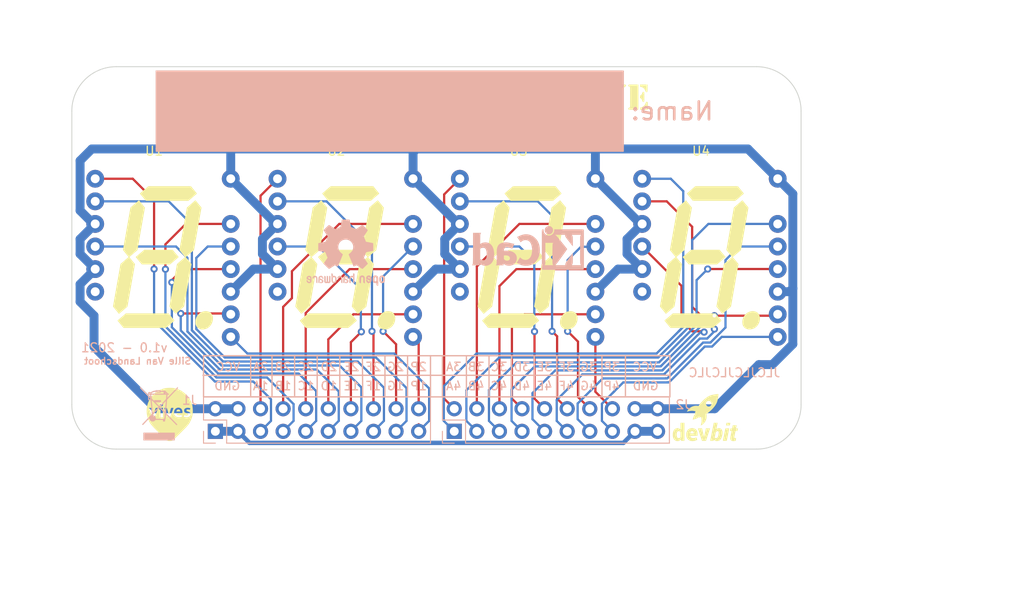
<source format=kicad_pcb>
(kicad_pcb (version 20201116) (generator pcbnew)
  (layers (0 "F.Cu" signal) (31 "B.Cu" signal) (34 "B.Paste" user) (35 "F.Paste" user) (36 "B.SilkS" user "B.Silkscreen") (37 "F.SilkS" user "F.Silkscreen") (38 "B.Mask" user) (39 "F.Mask" user) (44 "Edge.Cuts" user))
  (net 0 "")
  (net 1 "GND")
  (net 2 "/2P")
  (net 3 "/3A")
  (net 4 "/2G")
  (net 5 "/3B")
  (net 6 "/2F")
  (net 7 "/3C")
  (net 8 "/2E")
  (net 9 "/3D")
  (net 10 "/2D")
  (net 11 "/3E")
  (net 12 "/2C")
  (net 13 "/3F")
  (net 14 "/2B")
  (net 15 "/3G")
  (net 16 "/2A")
  (net 17 "/3P")
  (net 18 "VCC")
  (net 19 "/1P")
  (net 20 "/4A")
  (net 21 "/1G")
  (net 22 "/4B")
  (net 23 "/1F")
  (net 24 "/4C")
  (net 25 "/1E")
  (net 26 "/4D")
  (net 27 "/1D")
  (net 28 "/4E")
  (net 29 "/1C")
  (net 30 "/4F")
  (net 31 "/1B")
  (net 32 "/4G")
  (net 33 "/1A")
  (net 34 "/4P")
  (footprint "solder-of-fortune:logo_sof_single_6mm" (layer "F.Cu") (at 90.9 37.7)
    (fp_text reference "REF**" hide)
    (fp_text value "logo_sof_single_6mm")
  )
  (footprint "MountingHole:MountingHole_3.2mm_M3" (layer "F.Cu") (at 54 73)
    (fp_text reference "H3" hide)
    (fp_text value "MountingHole")
    (pad "1" np_thru_hole circle (at 0 0) (size 3.2 3.2) (drill 3.2) (layers *.Cu *.Mask))
  )
  (footprint "solder-of-fortune:logo_devbit_6mm" (layer "F.Cu") (at 121.2 73.8)
    (fp_text reference "REF**" hide)
    (fp_text value "logo_devbit_6mm" hide)
  )
  (footprint "MountingHole:MountingHole_3.2mm_M3" (layer "F.Cu") (at 54 38.1)
    (fp_text reference "H1" hide)
    (fp_text value "MountingHole")
    (pad "1" np_thru_hole circle (at 0 0) (size 3.2 3.2) (drill 3.2) (layers *.Cu *.Mask))
  )
  (footprint "solder-of-fortune:SA08-11EWA" (layer "F.Cu") (at 80.75 55.49)
    (fp_text reference "U2" (at -1 -12 unlocked) (layer "F.SilkS"))
    (fp_text value "SA08-11EWA" hide)
    (pad "1" thru_hole circle (at -7.62 -8.89) (size 2 2) (drill 1) (layers *.Cu *.Mask) (net 16 "/2A"))
    (pad "2" thru_hole circle (at -7.62 -6.35) (size 2 2) (drill 1) (layers *.Cu *.Mask) (net 6 "/2F"))
    (pad "3" thru_hole circle (at -7.62 -3.81) (size 2 2) (drill 1) (layers *.Cu *.Mask) (net 18 "VCC"))
    (pad "4" thru_hole circle (at -7.62 -1.27) (size 2 2) (drill 1) (layers *.Cu *.Mask) (net 8 "/2E"))
    (pad "5" thru_hole circle (at -7.62 1.27) (size 2 2) (drill 1) (layers *.Cu *.Mask) (net 18 "VCC"))
    (pad "6" thru_hole circle (at -7.62 3.81) (size 2 2) (drill 1) (layers *.Cu *.Mask))
    (pad "9" thru_hole circle (at 7.62 8.89) (size 2 2) (drill 1) (layers *.Cu *.Mask) (net 2 "/2P"))
    (pad "10" thru_hole circle (at 7.62 6.35) (size 2 2) (drill 1) (layers *.Cu *.Mask) (net 10 "/2D"))
    (pad "11" thru_hole circle (at 7.62 3.81) (size 2 2) (drill 1) (layers *.Cu *.Mask) (net 18 "VCC"))
    (pad "12" thru_hole circle (at 7.62 1.27) (size 2 2) (drill 1) (layers *.Cu *.Mask) (net 12 "/2C"))
    (pad "13" thru_hole circle (at 7.62 -1.27) (size 2 2) (drill 1) (layers *.Cu *.Mask) (net 4 "/2G"))
    (pad "14" thru_hole circle (at 7.62 -3.81) (size 2 2) (drill 1) (layers *.Cu *.Mask) (net 14 "/2B"))
    (pad "16" thru_hole circle (at 7.62 -8.89) (size 2 2) (drill 1) (layers *.Cu *.Mask) (net 18 "VCC"))
  )
  (footprint "solder-of-fortune:SA08-11EWA" (layer "F.Cu") (at 101.25 55.49)
    (fp_text reference "U3" (at -1 -12 unlocked) (layer "F.SilkS"))
    (fp_text value "SA08-11EWA" hide)
    (pad "1" thru_hole circle (at -7.62 -8.89) (size 2 2) (drill 1) (layers *.Cu *.Mask) (net 3 "/3A"))
    (pad "2" thru_hole circle (at -7.62 -6.35) (size 2 2) (drill 1) (layers *.Cu *.Mask) (net 13 "/3F"))
    (pad "3" thru_hole circle (at -7.62 -3.81) (size 2 2) (drill 1) (layers *.Cu *.Mask) (net 18 "VCC"))
    (pad "4" thru_hole circle (at -7.62 -1.27) (size 2 2) (drill 1) (layers *.Cu *.Mask) (net 11 "/3E"))
    (pad "5" thru_hole circle (at -7.62 1.27) (size 2 2) (drill 1) (layers *.Cu *.Mask) (net 18 "VCC"))
    (pad "6" thru_hole circle (at -7.62 3.81) (size 2 2) (drill 1) (layers *.Cu *.Mask))
    (pad "9" thru_hole circle (at 7.62 8.89) (size 2 2) (drill 1) (layers *.Cu *.Mask) (net 17 "/3P"))
    (pad "10" thru_hole circle (at 7.62 6.35) (size 2 2) (drill 1) (layers *.Cu *.Mask) (net 9 "/3D"))
    (pad "11" thru_hole circle (at 7.62 3.81) (size 2 2) (drill 1) (layers *.Cu *.Mask) (net 18 "VCC"))
    (pad "12" thru_hole circle (at 7.62 1.27) (size 2 2) (drill 1) (layers *.Cu *.Mask) (net 7 "/3C"))
    (pad "13" thru_hole circle (at 7.62 -1.27) (size 2 2) (drill 1) (layers *.Cu *.Mask) (net 15 "/3G"))
    (pad "14" thru_hole circle (at 7.62 -3.81) (size 2 2) (drill 1) (layers *.Cu *.Mask) (net 5 "/3B"))
    (pad "16" thru_hole circle (at 7.62 -8.89) (size 2 2) (drill 1) (layers *.Cu *.Mask) (net 18 "VCC"))
  )
  (footprint "MountingHole:MountingHole_3.2mm_M3" (layer "F.Cu") (at 128 38)
    (fp_text reference "H2" hide)
    (fp_text value "MountingHole")
    (pad "1" np_thru_hole circle (at 0 0) (size 3.2 3.2) (drill 3.2) (layers *.Cu *.Mask))
  )
  (footprint "solder-of-fortune:logo_vives_6mm" (layer "F.Cu") (at 61 73.2)
    (fp_text reference "REF**" hide)
    (fp_text value "logo_vives_6mm" hide)
  )
  (footprint "solder-of-fortune:SA08-11EWA" (layer "F.Cu") (at 121.75 55.49)
    (fp_text reference "U4" (at -1 -12 unlocked) (layer "F.SilkS"))
    (fp_text value "SA08-11EWA" hide)
    (pad "1" thru_hole circle (at -7.62 -8.89) (size 2 2) (drill 1) (layers *.Cu *.Mask) (net 20 "/4A"))
    (pad "2" thru_hole circle (at -7.62 -6.35) (size 2 2) (drill 1) (layers *.Cu *.Mask) (net 30 "/4F"))
    (pad "3" thru_hole circle (at -7.62 -3.81) (size 2 2) (drill 1) (layers *.Cu *.Mask) (net 18 "VCC"))
    (pad "4" thru_hole circle (at -7.62 -1.27) (size 2 2) (drill 1) (layers *.Cu *.Mask) (net 28 "/4E"))
    (pad "5" thru_hole circle (at -7.62 1.27) (size 2 2) (drill 1) (layers *.Cu *.Mask) (net 18 "VCC"))
    (pad "6" thru_hole circle (at -7.62 3.81) (size 2 2) (drill 1) (layers *.Cu *.Mask))
    (pad "9" thru_hole circle (at 7.62 8.89) (size 2 2) (drill 1) (layers *.Cu *.Mask) (net 34 "/4P"))
    (pad "10" thru_hole circle (at 7.62 6.35) (size 2 2) (drill 1) (layers *.Cu *.Mask) (net 26 "/4D"))
    (pad "11" thru_hole circle (at 7.62 3.81) (size 2 2) (drill 1) (layers *.Cu *.Mask) (net 18 "VCC"))
    (pad "12" thru_hole circle (at 7.62 1.27) (size 2 2) (drill 1) (layers *.Cu *.Mask) (net 24 "/4C"))
    (pad "13" thru_hole circle (at 7.62 -1.27) (size 2 2) (drill 1) (layers *.Cu *.Mask) (net 32 "/4G"))
    (pad "14" thru_hole circle (at 7.62 -3.81) (size 2 2) (drill 1) (layers *.Cu *.Mask) (net 22 "/4B"))
    (pad "16" thru_hole circle (at 7.62 -8.89) (size 2 2) (drill 1) (layers *.Cu *.Mask) (net 18 "VCC"))
  )
  (footprint "solder-of-fortune:SA08-11EWA" (layer "F.Cu") (at 60.25 55.49)
    (fp_text reference "U1" (at -1 -12 unlocked) (layer "F.SilkS"))
    (fp_text value "SA08-11EWA" hide)
    (pad "1" thru_hole circle (at -7.62 -8.89) (size 2 2) (drill 1) (layers *.Cu *.Mask) (net 33 "/1A"))
    (pad "2" thru_hole circle (at -7.62 -6.35) (size 2 2) (drill 1) (layers *.Cu *.Mask) (net 23 "/1F"))
    (pad "3" thru_hole circle (at -7.62 -3.81) (size 2 2) (drill 1) (layers *.Cu *.Mask) (net 18 "VCC"))
    (pad "4" thru_hole circle (at -7.62 -1.27) (size 2 2) (drill 1) (layers *.Cu *.Mask) (net 25 "/1E"))
    (pad "5" thru_hole circle (at -7.62 1.27) (size 2 2) (drill 1) (layers *.Cu *.Mask) (net 18 "VCC"))
    (pad "6" thru_hole circle (at -7.62 3.81) (size 2 2) (drill 1) (layers *.Cu *.Mask))
    (pad "9" thru_hole circle (at 7.62 8.89) (size 2 2) (drill 1) (layers *.Cu *.Mask) (net 19 "/1P"))
    (pad "10" thru_hole circle (at 7.62 6.35) (size 2 2) (drill 1) (layers *.Cu *.Mask) (net 27 "/1D"))
    (pad "11" thru_hole circle (at 7.62 3.81) (size 2 2) (drill 1) (layers *.Cu *.Mask) (net 18 "VCC"))
    (pad "12" thru_hole circle (at 7.62 1.27) (size 2 2) (drill 1) (layers *.Cu *.Mask) (net 29 "/1C"))
    (pad "13" thru_hole circle (at 7.62 -1.27) (size 2 2) (drill 1) (layers *.Cu *.Mask) (net 21 "/1G"))
    (pad "14" thru_hole circle (at 7.62 -3.81) (size 2 2) (drill 1) (layers *.Cu *.Mask) (net 31 "/1B"))
    (pad "16" thru_hole circle (at 7.62 -8.89) (size 2 2) (drill 1) (layers *.Cu *.Mask) (net 18 "VCC"))
  )
  (footprint "MountingHole:MountingHole_3.2mm_M3" (layer "F.Cu") (at 128 73)
    (fp_text reference "H4" hide)
    (fp_text value "MountingHole")
    (pad "1" np_thru_hole circle (at 0 0) (size 3.2 3.2) (drill 3.2) (layers *.Cu *.Mask))
  )
  (footprint "Connector_PinSocket_2.54mm:PinSocket_2x10_P2.54mm_Vertical" (layer "B.Cu") (at 66.14 75 -90)
    (fp_text reference "J1" (at -3.5 2.89) (layer "B.SilkS") (effects (justify mirror)))
    (fp_text value "Conn_02x10_Odd_Even")
    (pad "1" thru_hole rect (at 0 0 270) (size 1.7 1.7) (drill 1) (layers *.Cu *.Mask) (net 1 "GND"))
    (pad "2" thru_hole oval (at -2.54 0 270) (size 1.7 1.7) (drill 1) (layers *.Cu *.Mask) (net 18 "VCC"))
    (pad "3" thru_hole oval (at 0 -2.54 270) (size 1.7 1.7) (drill 1) (layers *.Cu *.Mask) (net 1 "GND"))
    (pad "4" thru_hole oval (at -2.54 -2.54 270) (size 1.7 1.7) (drill 1) (layers *.Cu *.Mask) (net 18 "VCC"))
    (pad "5" thru_hole oval (at 0 -5.08 270) (size 1.7 1.7) (drill 1) (layers *.Cu *.Mask) (net 33 "/1A"))
    (pad "6" thru_hole oval (at -2.54 -5.08 270) (size 1.7 1.7) (drill 1) (layers *.Cu *.Mask) (net 16 "/2A"))
    (pad "7" thru_hole oval (at 0 -7.62 270) (size 1.7 1.7) (drill 1) (layers *.Cu *.Mask) (net 31 "/1B"))
    (pad "8" thru_hole oval (at -2.54 -7.62 270) (size 1.7 1.7) (drill 1) (layers *.Cu *.Mask) (net 14 "/2B"))
    (pad "9" thru_hole oval (at 0 -10.16 270) (size 1.7 1.7) (drill 1) (layers *.Cu *.Mask) (net 29 "/1C"))
    (pad "10" thru_hole oval (at -2.54 -10.16 270) (size 1.7 1.7) (drill 1) (layers *.Cu *.Mask) (net 12 "/2C"))
    (pad "11" thru_hole oval (at 0 -12.7 270) (size 1.7 1.7) (drill 1) (layers *.Cu *.Mask) (net 27 "/1D"))
    (pad "12" thru_hole oval (at -2.54 -12.7 270) (size 1.7 1.7) (drill 1) (layers *.Cu *.Mask) (net 10 "/2D"))
    (pad "13" thru_hole oval (at 0 -15.24 270) (size 1.7 1.7) (drill 1) (layers *.Cu *.Mask) (net 25 "/1E"))
    (pad "14" thru_hole oval (at -2.54 -15.24 270) (size 1.7 1.7) (drill 1) (layers *.Cu *.Mask) (net 8 "/2E"))
    (pad "15" thru_hole oval (at 0 -17.78 270) (size 1.7 1.7) (drill 1) (layers *.Cu *.Mask) (net 23 "/1F"))
    (pad "16" thru_hole oval (at -2.54 -17.78 270) (size 1.7 1.7) (drill 1) (layers *.Cu *.Mask) (net 6 "/2F"))
    (pad "17" thru_hole oval (at 0 -20.32 270) (size 1.7 1.7) (drill 1) (layers *.Cu *.Mask) (net 21 "/1G"))
    (pad "18" thru_hole oval (at -2.54 -20.32 270) (size 1.7 1.7) (drill 1) (layers *.Cu *.Mask) (net 4 "/2G"))
    (pad "19" thru_hole oval (at 0 -22.86 270) (size 1.7 1.7) (drill 1) (layers *.Cu *.Mask) (net 19 "/1P"))
    (pad "20" thru_hole oval (at -2.54 -22.86 270) (size 1.7 1.7) (drill 1) (layers *.Cu *.Mask) (net 2 "/2P"))
  )
  (footprint "Symbol:WEEE-Logo_4.2x6mm_SilkScreen" (layer "B.Cu") (at 59.8 73 180)
    (fp_text reference "REF**" hide)
    (fp_text value "WEEE-Logo_4.2x6mm_SilkScreen" hide)
  )
  (footprint "Symbol:KiCad-Logo_5mm_SilkScreen" (layer "B.Cu") (at 101.3 54.9 180)
    (fp_text reference "REF**" hide)
    (fp_text value "KiCad-Logo_5mm_SilkScreen" hide)
  )
  (footprint "Symbol:OSHW-Logo2_9.8x8mm_SilkScreen" (layer "B.Cu") (at 80.8 54.9 180)
    (fp_text reference "REF**" hide)
    (fp_text value "OSHW-Logo2_9.8x8mm_SilkScreen" hide)
  )
  (footprint "Connector_PinSocket_2.54mm:PinSocket_2x10_P2.54mm_Vertical" (layer "B.Cu") (at 93 75 -90)
    (fp_text reference "J2" (at -3 -25.75) (layer "B.SilkS") (effects (justify mirror)))
    (fp_text value "Conn_02x10_Odd_Even")
    (pad "1" thru_hole rect (at 0 0 270) (size 1.7 1.7) (drill 1) (layers *.Cu *.Mask) (net 20 "/4A"))
    (pad "2" thru_hole oval (at -2.54 0 270) (size 1.7 1.7) (drill 1) (layers *.Cu *.Mask) (net 3 "/3A"))
    (pad "3" thru_hole oval (at 0 -2.54 270) (size 1.7 1.7) (drill 1) (layers *.Cu *.Mask) (net 22 "/4B"))
    (pad "4" thru_hole oval (at -2.54 -2.54 270) (size 1.7 1.7) (drill 1) (layers *.Cu *.Mask) (net 5 "/3B"))
    (pad "5" thru_hole oval (at 0 -5.08 270) (size 1.7 1.7) (drill 1) (layers *.Cu *.Mask) (net 24 "/4C"))
    (pad "6" thru_hole oval (at -2.54 -5.08 270) (size 1.7 1.7) (drill 1) (layers *.Cu *.Mask) (net 7 "/3C"))
    (pad "7" thru_hole oval (at 0 -7.62 270) (size 1.7 1.7) (drill 1) (layers *.Cu *.Mask) (net 26 "/4D"))
    (pad "8" thru_hole oval (at -2.54 -7.62 270) (size 1.7 1.7) (drill 1) (layers *.Cu *.Mask) (net 9 "/3D"))
    (pad "9" thru_hole oval (at 0 -10.16 270) (size 1.7 1.7) (drill 1) (layers *.Cu *.Mask) (net 28 "/4E"))
    (pad "10" thru_hole oval (at -2.54 -10.16 270) (size 1.7 1.7) (drill 1) (layers *.Cu *.Mask) (net 11 "/3E"))
    (pad "11" thru_hole oval (at 0 -12.7 270) (size 1.7 1.7) (drill 1) (layers *.Cu *.Mask) (net 30 "/4F"))
    (pad "12" thru_hole oval (at -2.54 -12.7 270) (size 1.7 1.7) (drill 1) (layers *.Cu *.Mask) (net 13 "/3F"))
    (pad "13" thru_hole oval (at 0 -15.24 270) (size 1.7 1.7) (drill 1) (layers *.Cu *.Mask) (net 32 "/4G"))
    (pad "14" thru_hole oval (at -2.54 -15.24 270) (size 1.7 1.7) (drill 1) (layers *.Cu *.Mask) (net 15 "/3G"))
    (pad "15" thru_hole oval (at 0 -17.78 270) (size 1.7 1.7) (drill 1) (layers *.Cu *.Mask) (net 34 "/4P"))
    (pad "16" thru_hole oval (at -2.54 -17.78 270) (size 1.7 1.7) (drill 1) (layers *.Cu *.Mask) (net 17 "/3P"))
    (pad "17" thru_hole oval (at 0 -20.32 270) (size 1.7 1.7) (drill 1) (layers *.Cu *.Mask) (net 1 "GND"))
    (pad "18" thru_hole oval (at -2.54 -20.32 270) (size 1.7 1.7) (drill 1) (layers *.Cu *.Mask) (net 18 "VCC"))
    (pad "19" thru_hole oval (at 0 -22.86 270) (size 1.7 1.7) (drill 1) (layers *.Cu *.Mask) (net 1 "GND"))
    (pad "20" thru_hole oval (at -2.54 -22.86 270) (size 1.7 1.7) (drill 1) (layers *.Cu *.Mask) (net 18 "VCC"))
  )
  (gr_line (start 91.67 71.13) (end 91.67 66.5) (layer "B.SilkS") (width 0.15))
  (gr_line (start 72.51 71) (end 72.51 66.6) (layer "B.SilkS") (width 0.15))
  (gr_rect (start 59.5 34.5) (end 112 43.5) (layer "B.SilkS") (width 0.15) (fill solid))
  (gr_line (start 99.45 71) (end 99.45 66.6) (layer "B.SilkS") (width 0.15))
  (gr_line (start 94.37 71) (end 94.37 66.6) (layer "B.SilkS") (width 0.15))
  (gr_line (start 77.59 71) (end 77.59 66.6) (layer "B.SilkS") (width 0.15))
  (gr_line (start 117.25 68.7) (end 64.75 68.7) (layer "B.SilkS") (width 0.15))
  (gr_line (start 109.61 71) (end 109.61 66.6) (layer "B.SilkS") (width 0.15))
  (gr_line (start 90.33 71.13) (end 90.33 66.5) (layer "B.SilkS") (width 0.15))
  (gr_line (start 80.13 71) (end 80.13 66.6) (layer "B.SilkS") (width 0.15))
  (gr_line (start 96.91 71) (end 96.91 66.6) (layer "B.SilkS") (width 0.15))
  (gr_line (start 101.99 71) (end 101.99 66.6) (layer "B.SilkS") (width 0.15))
  (gr_line (start 112.25 71) (end 112.25 66.6) (layer "B.SilkS") (width 0.15))
  (gr_line (start 104.53 71) (end 104.53 66.6) (layer "B.SilkS") (width 0.15))
  (gr_line (start 75.05 71) (end 75.05 66.6) (layer "B.SilkS") (width 0.15))
  (gr_line (start 85.21 71) (end 85.21 66.6) (layer "B.SilkS") (width 0.15))
  (gr_line (start 87.75 71) (end 87.75 66.6) (layer "B.SilkS") (width 0.15))
  (gr_line (start 82.71 71) (end 82.67 66.6) (layer "B.SilkS") (width 0.15))
  (gr_line (start 107.05 71) (end 107.05 66.6) (layer "B.SilkS") (width 0.15))
  (gr_line (start 70.11 71) (end 70.11 66.6) (layer "B.SilkS") (width 0.15))
  (gr_rect (start 64.81 66.5) (end 117.25 71.13) (layer "B.SilkS") (width 0.15) (fill none))
  (gr_line (start 55 77) (end 127 77) (layer "Edge.Cuts") (width 0.1))
  (gr_arc (start 127 72) (end 132 72) (angle 90) (layer "Edge.Cuts") (width 0.1))
  (gr_arc (start 55 39) (end 50 39) (angle 90) (layer "Edge.Cuts") (width 0.1))
  (gr_line (start 127 34) (end 55 34) (layer "Edge.Cuts") (width 0.1))
  (gr_line (start 132 72) (end 132 39) (layer "Edge.Cuts") (width 0.1))
  (gr_line (start 50 39) (end 50 72) (layer "Edge.Cuts") (width 0.1))
  (gr_arc (start 55 72) (end 55 77) (angle 90) (layer "Edge.Cuts") (width 0.1))
  (gr_arc (start 127 39) (end 127 34) (angle 90) (layer "Edge.Cuts") (width 0.1))
  (gr_text "JLCJLCJLCJLC" (at 124.5 68.4) (layer "B.SilkS") (effects (font (size 1 1)) (justify mirror)))
  (gr_text "v1.0 - 2021" (at 55.9 65.6) (layer "B.SilkS") (effects (font (size 1 1)) (justify mirror)))
  (gr_text "Sille Van Landschoot\n" (at 57.4 67.1) (layer "B.SilkS") (effects (font (size 0.75 0.75)) (justify mirror)))
  (gr_text "GND  4P 4G 4F 4E 4D 4C 4B 4A   1P 1G 1F 1E 1D 1C 1B 1A  GND" (at 91 69.9) (layer "B.SilkS") (effects (font (size 0.95 0.95)) (justify mirror)))
  (gr_text "Name:" (at 117.5 39) (layer "B.SilkS") (effects (font (size 2 2) (thickness 0.3)) (justify mirror)))
  (gr_text "VCC  3P 3G 3F 3E 3D 3C 3B 3A   2P 2G 2F 2E 2D 2C 2B 2A  VCC" (at 91 67.75) (layer "B.SilkS") (effects (font (size 0.95 0.95)) (justify mirror)))
  (segment (start 68.68 75) (end 66.14 75) (width 1) (layer "B.Cu") (net 1))
  (segment (start 68.68 75) (end 69.980001 76.300001) (width 0.5) (layer "B.Cu") (net 1))
  (segment (start 69.980001 76.300001) (end 112.019999 76.300001) (width 0.5) (layer "B.Cu") (net 1))
  (segment (start 113.36 75) (end 115.9 75) (width 1) (layer "B.Cu") (net 1))
  (segment (start 112.019999 76.300001) (end 113.32 75) (width 0.5) (layer "B.Cu") (net 1))
  (segment (start 89 72.46) (end 89 65.01) (width 0.25) (layer "F.Cu") (net 2))
  (segment (start 89 65.01) (end 88.37 64.38) (width 0.25) (layer "F.Cu") (net 2))
  (segment (start 91.86499 48.36501) (end 93.63 46.6) (width 0.25) (layer "F.Cu") (net 3))
  (segment (start 93 72.46) (end 91.86499 71.32499) (width 0.25) (layer "F.Cu") (net 3))
  (segment (start 91.86499 71.32499) (end 91.86499 48.36501) (width 0.25) (layer "F.Cu") (net 3))
  (segment (start 86.46 65.21) (end 85 63.75) (width 0.25) (layer "F.Cu") (net 4))
  (segment (start 86.46 72.649998) (end 86.46 65.21) (width 0.25) (layer "F.Cu") (net 4))
  (via (at 85 63.75) (size 0.8) (drill 0.4) (layers "F.Cu" "B.Cu") (net 4))
  (segment (start 85 57.59) (end 85 63.75) (width 0.25) (layer "B.Cu") (net 4))
  (segment (start 88.37 54.22) (end 85 57.59) (width 0.25) (layer "B.Cu") (net 4))
  (segment (start 86.5 72.42) (end 86.46 72.46) (width 0.25) (layer "B.Cu") (net 4))
  (segment (start 100.32 51.68) (end 108.87 51.68) (width 0.25) (layer "F.Cu") (net 5))
  (segment (start 95.54 72.689998) (end 95.54 56.46) (width 0.25) (layer "F.Cu") (net 5))
  (segment (start 95.54 56.46) (end 100.32 51.68) (width 0.25) (layer "F.Cu") (net 5))
  (segment (start 95.58 72.46) (end 95.5 72.38) (width 0.25) (layer "B.Cu") (net 5))
  (segment (start 83.875 63.875) (end 83.625 63.875) (width 0.25) (layer "F.Cu") (net 6))
  (segment (start 83.92 63.92) (end 83.875 63.875) (width 0.25) (layer "F.Cu") (net 6))
  (segment (start 83.625 63.875) (end 83.5 63.75) (width 0.25) (layer "F.Cu") (net 6))
  (segment (start 83.92 73.071) (end 83.92 63.92) (width 0.25) (layer "F.Cu") (net 6))
  (via (at 83.75 63.75) (size 0.8) (drill 0.4) (layers "F.Cu" "B.Cu") (net 6))
  (segment (start 83.75 54.25) (end 83.75 63.75) (width 0.25) (layer "B.Cu") (net 6))
  (segment (start 83.75 63.75) (end 83.625 63.875) (width 0.25) (layer "B.Cu") (net 6))
  (segment (start 78.64 49.14) (end 83.75 54.25) (width 0.25) (layer "B.Cu") (net 6))
  (segment (start 73.13 49.14) (end 78.64 49.14) (width 0.25) (layer "B.Cu") (net 6))
  (segment (start 99.99 56.76) (end 98.08 58.67) (width 0.25) (layer "F.Cu") (net 7))
  (segment (start 98.08 58.67) (end 98.08 67.33) (width 0.25) (layer "F.Cu") (net 7))
  (segment (start 108.87 56.76) (end 99.99 56.76) (width 0.25) (layer "F.Cu") (net 7))
  (segment (start 98.08 67.33) (end 98.08 72.689998) (width 0.25) (layer "F.Cu") (net 7))
  (segment (start 81.38 72.649998) (end 81.38 64.980002) (width 0.25) (layer "F.Cu") (net 8))
  (segment (start 82.5 63.75) (end 82.5 64) (width 0.25) (layer "F.Cu") (net 8))
  (segment (start 81.38 64.980002) (end 82.555001 63.805001) (width 0.25) (layer "F.Cu") (net 8))
  (segment (start 82.555001 63.805001) (end 82.5 63.75) (width 0.25) (layer "F.Cu") (net 8))
  (via (at 82.555001 63.805001) (size 0.8) (drill 0.4) (layers "F.Cu" "B.Cu") (net 8))
  (segment (start 77.72 54.22) (end 82.5 59) (width 0.25) (layer "B.Cu") (net 8))
  (segment (start 82.5 63.75) (end 82.555001 63.805001) (width 0.25) (layer "B.Cu") (net 8))
  (segment (start 73.13 54.22) (end 77.72 54.22) (width 0.25) (layer "B.Cu") (net 8))
  (segment (start 82.5 59) (end 82.5 63.75) (width 0.25) (layer "B.Cu") (net 8))
  (segment (start 100.91 61.84) (end 108.87 61.84) (width 0.25) (layer "F.Cu") (net 9))
  (segment (start 99.484999 71.324999) (end 99.484999 63.265001) (width 0.25) (layer "F.Cu") (net 9))
  (segment (start 99.484999 63.265001) (end 100.91 61.84) (width 0.25) (layer "F.Cu") (net 9))
  (segment (start 100.62 72.46) (end 99.484999 71.324999) (width 0.25) (layer "F.Cu") (net 9))
  (segment (start 78.84 72.649998) (end 78.84 64.66) (width 0.25) (layer "F.Cu") (net 10))
  (segment (start 81.66 61.84) (end 88.37 61.84) (width 0.25) (layer "F.Cu") (net 10))
  (segment (start 78.84 64.66) (end 81.66 61.84) (width 0.25) (layer "F.Cu") (net 10))
  (segment (start 103.16 72.46) (end 102.024999 71.324999) (width 0.25) (layer "F.Cu") (net 11))
  (segment (start 102.024999 63.774999) (end 102 63.75) (width 0.25) (layer "F.Cu") (net 11))
  (segment (start 102.024999 71.324999) (end 102.024999 63.774999) (width 0.25) (layer "F.Cu") (net 11))
  (via (at 102.024999 63.774999) (size 0.8) (drill 0.4) (layers "F.Cu" "B.Cu") (net 11))
  (segment (start 102.024999 63.774999) (end 102.024999 63.724999) (width 0.25) (layer "B.Cu") (net 11))
  (segment (start 100.32 54.22) (end 93.63 54.22) (width 0.25) (layer "B.Cu") (net 11))
  (segment (start 102.024999 63.724999) (end 102 63.7) (width 0.25) (layer "B.Cu") (net 11))
  (segment (start 102 55.9) (end 100.32 54.22) (width 0.25) (layer "B.Cu") (net 11))
  (segment (start 103.2 72.46) (end 103.25 72.41) (width 0.25) (layer "B.Cu") (net 11))
  (segment (start 102 63.7) (end 102 55.9) (width 0.25) (layer "B.Cu") (net 11))
  (segment (start 81.24 56.76) (end 88.37 56.76) (width 0.25) (layer "F.Cu") (net 12))
  (segment (start 76.3 61.7) (end 81.24 56.76) (width 0.25) (layer "F.Cu") (net 12))
  (segment (start 76.3 72.270002) (end 76.3 61.7) (width 0.25) (layer "F.Cu") (net 12))
  (segment (start 105.7 72.46) (end 104.564999 71.324999) (width 0.25) (layer "F.Cu") (net 13))
  (segment (start 104.564999 64.314999) (end 104 63.75) (width 0.25) (layer "F.Cu") (net 13))
  (segment (start 104.564999 71.324999) (end 104.564999 64.314999) (width 0.25) (layer "F.Cu") (net 13))
  (via (at 104 63.75) (size 0.8) (drill 0.4) (layers "F.Cu" "B.Cu") (net 13))
  (segment (start 102.39 49.14) (end 93.63 49.14) (width 0.25) (layer "B.Cu") (net 13))
  (segment (start 104 50.75) (end 102.39 49.14) (width 0.25) (layer "B.Cu") (net 13))
  (segment (start 104 63.75) (end 104 50.75) (width 0.25) (layer "B.Cu") (net 13))
  (segment (start 74.75 60.02) (end 74.75 57) (width 0.25) (layer "F.Cu") (net 14))
  (segment (start 73.76 61.01) (end 74.75 60.02) (width 0.25) (layer "F.Cu") (net 14))
  (segment (start 73.76 72.270002) (end 73.76 61.01) (width 0.25) (layer "F.Cu") (net 14))
  (segment (start 80.07 51.68) (end 88.37 51.68) (width 0.25) (layer "F.Cu") (net 14))
  (segment (start 74.75 57) (end 80.07 51.68) (width 0.25) (layer "F.Cu") (net 14))
  (segment (start 106.915001 64.915001) (end 105.75 63.75) (width 0.25) (layer "F.Cu") (net 15))
  (segment (start 108.24 72.46) (end 106.915001 71.135001) (width 0.25) (layer "F.Cu") (net 15))
  (segment (start 106.915001 71.135001) (end 106.915001 64.915001) (width 0.25) (layer "F.Cu") (net 15))
  (via (at 105.75 63.75) (size 0.8) (drill 0.4) (layers "F.Cu" "B.Cu") (net 15))
  (segment (start 107.25 54.25) (end 105.75 55.75) (width 0.25) (layer "B.Cu") (net 15))
  (segment (start 105.75 55.75) (end 105.75 63.75) (width 0.25) (layer "B.Cu") (net 15))
  (segment (start 108.87 54.22) (end 108.78 54.22) (width 0.25) (layer "B.Cu") (net 15))
  (segment (start 108.75 54.25) (end 107.25 54.25) (width 0.25) (layer "B.Cu") (net 15))
  (segment (start 108.78 54.22) (end 108.75 54.25) (width 0.25) (layer "B.Cu") (net 15))
  (segment (start 71.22 48.51) (end 71.22 68.03) (width 0.25) (layer "F.Cu") (net 16))
  (segment (start 73.13 46.6) (end 71.22 48.51) (width 0.25) (layer "F.Cu") (net 16))
  (segment (start 71.22 72.649998) (end 71.22 67.820002) (width 0.25) (layer "F.Cu") (net 16))
  (segment (start 110.78 72.46) (end 108.87 70.55) (width 0.25) (layer "F.Cu") (net 17))
  (segment (start 108.87 70.55) (end 108.87 64.38) (width 0.25) (layer "F.Cu") (net 17))
  (segment (start 65.471996 72.46) (end 66.14 72.46) (width 0.5) (layer "F.Cu") (net 18))
  (segment (start 50.929999 44.570001) (end 52.25 43.25) (width 1) (layer "B.Cu") (net 18))
  (segment (start 131.070001 65.196001) (end 131.070001 58.929999) (width 1) (layer "B.Cu") (net 18))
  (segment (start 108.87 43.37) (end 108.75 43.25) (width 1) (layer "B.Cu") (net 18))
  (segment (start 122.29 72.46) (end 127.25 67.5) (width 1) (layer "B.Cu") (net 18))
  (segment (start 68.68 72.46) (end 66.14 72.46) (width 1) (layer "B.Cu") (net 18))
  (segment (start 114.13 56.76) (end 111.41 56.76) (width 1) (layer "B.Cu") (net 18))
  (segment (start 73.13 51.68) (end 71.429999 53.380001) (width 1) (layer "B.Cu") (net 18))
  (segment (start 108.87 46.6) (end 108.87 43.37) (width 1) (layer "B.Cu") (net 18))
  (segment (start 131.070001 48.300001) (end 131.070001 58.929999) (width 1) (layer "B.Cu") (net 18))
  (segment (start 67.75 43.25) (end 88.75 43.25) (width 1) (layer "B.Cu") (net 18))
  (segment (start 50.929999 60.429999) (end 50.929999 58.460001) (width 1) (layer "B.Cu") (net 18))
  (segment (start 114.13 51.68) (end 112.429999 53.380001) (width 1) (layer "B.Cu") (net 18))
  (segment (start 114.13 51.68) (end 113.95 51.68) (width 1) (layer "B.Cu") (net 18))
  (segment (start 111.41 56.76) (end 108.87 59.3) (width 1) (layer "B.Cu") (net 18))
  (segment (start 113.95 51.68) (end 108.87 46.6) (width 1) (layer "B.Cu") (net 18))
  (segment (start 91.929999 55.059999) (end 93.63 56.76) (width 1) (layer "B.Cu") (net 18))
  (segment (start 88.37 43.63) (end 88.75 43.25) (width 1) (layer "B.Cu") (net 18))
  (segment (start 131.070001 58.929999) (end 130.7 59.3) (width 1) (layer "B.Cu") (net 18))
  (segment (start 91.929999 53.380001) (end 91.929999 55.059999) (width 1) (layer "B.Cu") (net 18))
  (segment (start 93.45 51.68) (end 88.37 46.6) (width 1) (layer "B.Cu") (net 18))
  (segment (start 73.13 56.76) (end 70.41 56.76) (width 1) (layer "B.Cu") (net 18))
  (segment (start 88.75 43.25) (end 108.75 43.25) (width 1) (layer "B.Cu") (net 18))
  (segment (start 127.25 67.5) (end 128.766002 67.5) (width 1) (layer "B.Cu") (net 18))
  (segment (start 93.63 51.68) (end 93.45 51.68) (width 1) (layer "B.Cu") (net 18))
  (segment (start 108.75 43.25) (end 126.02 43.25) (width 1) (layer "B.Cu") (net 18))
  (segment (start 93.63 56.76) (end 90.91 56.76) (width 1) (layer "B.Cu") (net 18))
  (segment (start 50.929999 55.059999) (end 50.929999 53.380001) (width 1) (layer "B.Cu") (net 18))
  (segment (start 71.429999 55.059999) (end 73.13 56.76) (width 1) (layer "B.Cu") (net 18))
  (segment (start 113.36 72.46) (end 115.9 72.46) (width 1) (layer "B.Cu") (net 18))
  (segment (start 71.429999 53.380001) (end 71.429999 55.059999) (width 1) (layer "B.Cu") (net 18))
  (segment (start 67.87 43.37) (end 67.75 43.25) (width 1) (layer "B.Cu") (net 18))
  (segment (start 93.63 51.68) (end 91.929999 53.380001) (width 1) (layer "B.Cu") (net 18))
  (segment (start 52.25 43.25) (end 67.75 43.25) (width 1) (layer "B.Cu") (net 18))
  (segment (start 67.87 46.6) (end 67.87 43.37) (width 1) (layer "B.Cu") (net 18))
  (segment (start 52.63 51.68) (end 52.43 51.68) (width 1) (layer "B.Cu") (net 18))
  (segment (start 112.429999 53.380001) (end 112.429999 55.059999) (width 1) (layer "B.Cu") (net 18))
  (segment (start 50.929999 58.460001) (end 52.63 56.76) (width 1) (layer "B.Cu") (net 18))
  (segment (start 52.5 65.5) (end 52.5 62) (width 1) (layer "B.Cu") (net 18))
  (segment (start 126.02 43.25) (end 129.37 46.6) (width 1) (layer "B.Cu") (net 18))
  (segment (start 52.63 56.76) (end 50.929999 55.059999) (width 1) (layer "B.Cu") (net 18))
  (segment (start 90.91 56.76) (end 88.37 59.3) (width 1) (layer "B.Cu") (net 18))
  (segment (start 129.37 46.6) (end 131.070001 48.300001) (width 1) (layer "B.Cu") (net 18))
  (segment (start 112.429999 55.059999) (end 114.13 56.76) (width 1) (layer "B.Cu") (net 18))
  (segment (start 59.46 72.46) (end 52.5 65.5) (width 1) (layer "B.Cu") (net 18))
  (segment (start 50.929999 53.380001) (end 52.63 51.68) (width 1) (layer "B.Cu") (net 18))
  (segment (start 52.43 51.68) (end 50.929999 50.179999) (width 1) (layer "B.Cu") (net 18))
  (segment (start 128.766002 67.5) (end 131.070001 65.196001) (width 1) (layer "B.Cu") (net 18))
  (segment (start 52.5 62) (end 50.929999 60.429999) (width 1) (layer "B.Cu") (net 18))
  (segment (start 115.86 72.46) (end 122.29 72.46) (width 1) (layer "B.Cu") (net 18))
  (segment (start 70.41 56.76) (end 67.87 59.3) (width 1) (layer "B.Cu") (net 18))
  (segment (start 72.95 51.68) (end 67.87 46.6) (width 1) (layer "B.Cu") (net 18))
  (segment (start 88.37 46.6) (end 88.37 43.63) (width 1) (layer "B.Cu") (net 18))
  (segment (start 73.13 51.68) (end 72.95 51.68) (width 1) (layer "B.Cu") (net 18))
  (segment (start 130.7 59.3) (end 129.37 59.3) (width 1) (layer "B.Cu") (net 18))
  (segment (start 50.929999 50.179999) (end 50.929999 44.570001) (width 1) (layer "B.Cu") (net 18))
  (segment (start 66.14 72.46) (end 59.46 72.46) (width 1) (layer "B.Cu") (net 18))
  (segment (start 89 75) (end 89 74.199002) (width 0.25) (layer "F.Cu") (net 19))
  (segment (start 89 69) (end 88.75 68.75) (width 0.25) (layer "B.Cu") (net 19))
  (segment (start 69.74 66.25) (end 67.87 64.38) (width 0.25) (layer "B.Cu") (net 19))
  (segment (start 90.175001 73.824999) (end 90.175001 70.175001) (width 0.25) (layer "B.Cu") (net 19))
  (segment (start 86.25 66.25) (end 69.74 66.25) (width 0.25) (layer "B.Cu") (net 19))
  (segment (start 88.75 68.75) (end 86.25 66.25) (width 0.25) (layer "B.Cu") (net 19))
  (segment (start 90.175001 70.175001) (end 88.75 68.75) (width 0.25) (layer "B.Cu") (net 19))
  (segment (start 89 75) (end 90.175001 73.824999) (width 0.25) (layer "B.Cu") (net 19))
  (segment (start 93.04 75) (end 93.04 74.619636) (width 0.25) (layer "F.Cu") (net 20))
  (segment (start 91.824999 69.925001) (end 93.04 68.71) (width 0.25) (layer "B.Cu") (net 20))
  (segment (start 93 75) (end 91.824999 73.824999) (width 0.25) (layer "B.Cu") (net 20))
  (segment (start 115.75 66.25) (end 118.25 63.75) (width 0.25) (layer "B.Cu") (net 20))
  (segment (start 118.75 63.25) (end 118.25 63.75) (width 0.25) (layer "B.Cu") (net 20))
  (segment (start 91.824999 73.824999) (end 91.824999 69.925001) (width 0.25) (layer "B.Cu") (net 20))
  (segment (start 114.13 46.6) (end 117.35 46.6) (width 0.25) (layer "B.Cu") (net 20))
  (segment (start 93.04 68.71) (end 95.5 66.25) (width 0.25) (layer "B.Cu") (net 20))
  (segment (start 95.5 66.25) (end 115.75 66.25) (width 0.25) (layer "B.Cu") (net 20))
  (segment (start 118.75 48) (end 118.75 63.25) (width 0.25) (layer "B.Cu") (net 20))
  (segment (start 117.35 46.6) (end 118.75 48) (width 0.25) (layer "B.Cu") (net 20))
  (segment (start 118.25 63.75) (end 118.5 63.5) (width 0.25) (layer "B.Cu") (net 20))
  (segment (start 65.28 54.22) (end 64 55.5) (width 0.25) (layer "B.Cu") (net 21))
  (segment (start 64 55.5) (end 64 63.5) (width 0.25) (layer "B.Cu") (net 21))
  (segment (start 67.87 54.22) (end 65.28 54.22) (width 0.25) (layer "B.Cu") (net 21))
  (segment (start 67.20001 66.70001) (end 84.20001 66.70001) (width 0.25) (layer "B.Cu") (net 21))
  (segment (start 87.635001 73.824999) (end 87.635001 70.135001) (width 0.25) (layer "B.Cu") (net 21))
  (segment (start 84.20001 66.70001) (end 86.25 68.75) (width 0.25) (layer "B.Cu") (net 21))
  (segment (start 64 63.5) (end 67.20001 66.70001) (width 0.25) (layer "B.Cu") (net 21))
  (segment (start 86.46 75) (end 87.635001 73.824999) (width 0.25) (layer "B.Cu") (net 21))
  (segment (start 86.25 68.75) (end 86.5 69) (width 0.25) (layer "B.Cu") (net 21))
  (segment (start 87.635001 70.135001) (end 86.25 68.75) (width 0.25) (layer "B.Cu") (net 21))
  (segment (start 95.5 69.25) (end 95.625 69.125) (width 0.25) (layer "B.Cu") (net 22))
  (segment (start 98.049991 66.700009) (end 115.936401 66.700009) (width 0.25) (layer "B.Cu") (net 22))
  (segment (start 94.364999 70.385001) (end 95.625 69.125) (width 0.25) (layer "B.Cu") (net 22))
  (segment (start 118.443205 64.193205) (end 118.568205 64.068205) (width 0.25) (layer "B.Cu") (net 22))
  (segment (start 119.75 62.88641) (end 118.443205 64.193205) (width 0.25) (layer "B.Cu") (net 22))
  (segment (start 129.37 51.68) (end 121.57 51.68) (width 0.25) (layer "B.Cu") (net 22))
  (segment (start 95.54 75) (end 94.364999 73.824999) (width 0.25) (layer "B.Cu") (net 22))
  (segment (start 121.57 51.68) (end 119.75 53.5) (width 0.25) (layer "B.Cu") (net 22))
  (segment (start 115.936401 66.700009) (end 118.443205 64.193205) (width 0.25) (layer "B.Cu") (net 22))
  (segment (start 119.75 53.5) (end 119.75 62.88641) (width 0.25) (layer "B.Cu") (net 22))
  (segment (start 94.364999 73.824999) (end 94.364999 70.385001) (width 0.25) (layer "B.Cu") (net 22))
  (segment (start 95.625 69.125) (end 98.049991 66.700009) (width 0.25) (layer "B.Cu") (net 22))
  (segment (start 82.15002 67.15002) (end 67.013609 67.150019) (width 0.25) (layer "B.Cu") (net 23))
  (segment (start 83.75 68.75) (end 82.15002 67.15002) (width 0.25) (layer "B.Cu") (net 23))
  (segment (start 60.89 49.14) (end 52.63 49.14) (width 0.25) (layer "B.Cu") (net 23))
  (segment (start 83.92 68.92) (end 83.75 68.75) (width 0.25) (layer "B.Cu") (net 23))
  (segment (start 85.095001 73.824999) (end 85.095001 70.095001) (width 0.25) (layer "B.Cu") (net 23))
  (segment (start 63.5 51.75) (end 60.89 49.14) (width 0.25) (layer "B.Cu") (net 23))
  (segment (start 83.92 75) (end 85.095001 73.824999) (width 0.25) (layer "B.Cu") (net 23))
  (segment (start 63.681795 63.818205) (end 63.5 63.63641) (width 0.25) (layer "B.Cu") (net 23))
  (segment (start 67.013609 67.150019) (end 63.681795 63.818205) (width 0.25) (layer "B.Cu") (net 23))
  (segment (start 63.681795 63.818205) (end 63.549991 63.686401) (width 0.25) (layer "B.Cu") (net 23))
  (segment (start 85.095001 70.095001) (end 83.75 68.75) (width 0.25) (layer "B.Cu") (net 23))
  (segment (start 63.5 63.63641) (end 63.5 51.75) (width 0.25) (layer "B.Cu") (net 23))
  (segment (start 129.36 56.75) (end 129.37 56.76) (width 0.25) (layer "F.Cu") (net 24))
  (segment (start 121.5 56.75) (end 129.36 56.75) (width 0.25) (layer "F.Cu") (net 24))
  (via (at 121.5 56.75) (size 0.8) (drill 0.4) (layers "F.Cu" "B.Cu") (net 24))
  (segment (start 120.25 63.02282) (end 120.25 58) (width 0.25) (layer "B.Cu") (net 24))
  (segment (start 100 67.25) (end 116.02282 67.25) (width 0.25) (layer "B.Cu") (net 24))
  (segment (start 98.08 75) (end 96.904999 73.824999) (width 0.25) (layer "B.Cu") (net 24))
  (segment (start 118.51141 64.76141) (end 120.25 63.02282) (width 0.25) (layer "B.Cu") (net 24))
  (segment (start 120.25 58) (end 121.5 56.75) (width 0.25) (layer "B.Cu") (net 24))
  (segment (start 116.02282 67.25) (end 116.122802 67.150018) (width 0.25) (layer "B.Cu") (net 24))
  (segment (start 96.904999 70.345001) (end 98.25 69) (width 0.25) (layer "B.Cu") (net 24))
  (segment (start 116.122802 67.150018) (end 118.51141 64.76141) (width 0.25) (layer "B.Cu") (net 24))
  (segment (start 118.51141 64.76141) (end 118.63641 64.63641) (width 0.25) (layer "B.Cu") (net 24))
  (segment (start 98.12 69.13) (end 98.25 69) (width 0.25) (layer "B.Cu") (net 24))
  (segment (start 98.25 69) (end 100 67.25) (width 0.25) (layer "B.Cu") (net 24))
  (segment (start 96.904999 73.824999) (end 96.904999 70.345001) (width 0.25) (layer "B.Cu") (net 24))
  (segment (start 63 63.77282) (end 63 55.5) (width 0.25) (layer "B.Cu") (net 25))
  (segment (start 82.555001 73.824999) (end 82.555001 70.055001) (width 0.25) (layer "B.Cu") (net 25))
  (segment (start 80.100029 67.600029) (end 66.827208 67.600028) (width 0.25) (layer "B.Cu") (net 25))
  (segment (start 81.38 75) (end 82.555001 73.824999) (width 0.25) (layer "B.Cu") (net 25))
  (segment (start 81.38 68.88) (end 81.125 68.625) (width 0.25) (layer "B.Cu") (net 25))
  (segment (start 61.72 54.22) (end 52.63 54.22) (width 0.25) (layer "B.Cu") (net 25))
  (segment (start 82.555001 70.055001) (end 81.125 68.625) (width 0.25) (layer "B.Cu") (net 25))
  (segment (start 63.36359 64.13641) (end 63 63.77282) (width 0.25) (layer "B.Cu") (net 25))
  (segment (start 63 55.5) (end 61.72 54.22) (width 0.25) (layer "B.Cu") (net 25))
  (segment (start 81.125 68.625) (end 80.100029 67.600029) (width 0.25) (layer "B.Cu") (net 25))
  (segment (start 66.827208 67.600028) (end 63.36359 64.13641) (width 0.25) (layer "B.Cu") (net 25))
  (segment (start 122.25 62) (end 129.21 62) (width 0.25) (layer "F.Cu") (net 26))
  (segment (start 129.21 62) (end 129.37 61.84) (width 0.25) (layer "F.Cu") (net 26))
  (via (at 122.25 62) (size 0.8) (drill 0.4) (layers "F.Cu" "B.Cu") (net 26))
  (segment (start 116.309203 67.600027) (end 118.579615 65.329615) (width 0.25) (layer "B.Cu") (net 26))
  (segment (start 122.15923 61.90923) (end 122.25 62) (width 0.25) (layer "B.Cu") (net 26))
  (segment (start 116.209221 67.700009) (end 116.309203 67.600027) (width 0.25) (layer "B.Cu") (net 26))
  (segment (start 118.579615 65.329615) (end 122.15923 61.75) (width 0.25) (layer "B.Cu") (net 26))
  (segment (start 122.15923 61.75) (end 122.15923 61.90923) (width 0.25) (layer "B.Cu") (net 26))
  (segment (start 100.66 69.09) (end 100.75 69) (width 0.25) (layer "B.Cu") (net 26))
  (segment (start 99.444999 70.305001) (end 100.75 69) (width 0.25) (layer "B.Cu") (net 26))
  (segment (start 102.04999 67.70001) (end 116.209221 67.700009) (width 0.25) (layer "B.Cu") (net 26))
  (segment (start 100.62 75) (end 99.444999 73.824999) (width 0.25) (layer "B.Cu") (net 26))
  (segment (start 100.75 69) (end 102.04999 67.70001) (width 0.25) (layer "B.Cu") (net 26))
  (segment (start 99.444999 73.824999) (end 99.444999 70.305001) (width 0.25) (layer "B.Cu") (net 26))
  (segment (start 62.25 61.75) (end 67.78 61.75) (width 0.25) (layer "F.Cu") (net 27))
  (segment (start 67.78 61.75) (end 67.87 61.84) (width 0.25) (layer "F.Cu") (net 27))
  (via (at 62.25 61.75) (size 0.8) (drill 0.4) (layers "F.Cu" "B.Cu") (net 27))
  (segment (start 78.84 69.34) (end 78.75 69.25) (width 0.25) (layer "B.Cu") (net 27))
  (segment (start 77.550038 68.050038) (end 66.640807 68.050037) (width 0.25) (layer "B.Cu") (net 27))
  (segment (start 66.640807 68.050037) (end 63.36359 64.77282) (width 0.25) (layer "B.Cu") (net 27))
  (segment (start 80.015001 70.515001) (end 78.75 69.25) (width 0.25) (layer "B.Cu") (net 27))
  (segment (start 78.75 69.25) (end 77.550038 68.050038) (width 0.25) (layer "B.Cu") (net 27))
  (segment (start 63.36359 64.77282) (end 62.25 63.65923) (width 0.25) (layer "B.Cu") (net 27))
  (segment (start 80.015001 73.824999) (end 80.015001 70.515001) (width 0.25) (layer "B.Cu") (net 27))
  (segment (start 78.84 75) (end 80.015001 73.824999) (width 0.25) (layer "B.Cu") (net 27))
  (segment (start 62.25 63.65923) (end 62.25 61.75) (width 0.25) (layer "B.Cu") (net 27))
  (segment (start 121 63.75) (end 121.092268 63.842268) (width 0.25) (layer "F.Cu") (net 28))
  (segment (start 119.75 63.75) (end 121 63.75) (width 0.25) (layer "F.Cu") (net 28))
  (segment (start 114.13 54.22) (end 118.54999 58.63999) (width 0.25) (layer "F.Cu") (net 28))
  (segment (start 118.54999 62.54999) (end 119.75 63.75) (width 0.25) (layer "F.Cu") (net 28))
  (segment (start 118.54999 58.63999) (end 118.54999 62.54999) (width 0.25) (layer "F.Cu") (net 28))
  (via (at 121.092268 63.842268) (size 0.8) (drill 0.4) (layers "F.Cu" "B.Cu") (net 28))
  (segment (start 101.795001 73.635001) (end 101.795001 70.704999) (width 0.25) (layer "B.Cu") (net 28))
  (segment (start 101.795001 70.704999) (end 103.5 69) (width 0.25) (layer "B.Cu") (net 28))
  (segment (start 120.703372 63.842268) (end 121.092268 63.842268) (width 0.25) (layer "B.Cu") (net 28))
  (segment (start 116.495604 68.050036) (end 120.703372 63.842268) (width 0.25) (layer "B.Cu") (net 28))
  (segment (start 103.16 75) (end 101.795001 73.635001) (width 0.25) (layer "B.Cu") (net 28))
  (segment (start 103.25 69.25) (end 103.5 69) (width 0.25) (layer "B.Cu") (net 28))
  (segment (start 104.349981 68.150019) (end 116.39562 68.150018) (width 0.25) (layer "B.Cu") (net 28))
  (segment (start 116.39562 68.150018) (end 116.495604 68.050036) (width 0.25) (layer "B.Cu") (net 28))
  (segment (start 103.5 69) (end 104.349981 68.150019) (width 0.25) (layer "B.Cu") (net 28))
  (segment (start 67.87 56.76) (end 62.49 56.76) (width 0.25) (layer "F.Cu") (net 29))
  (segment (start 62.49 56.76) (end 61.25 58) (width 0.25) (layer "F.Cu") (net 29))
  (segment (start 61.25 58) (end 61.25 58.25) (width 0.25) (layer "F.Cu") (net 29))
  (via (at 61.25 58.25) (size 0.8) (drill 0.4) (layers "F.Cu" "B.Cu") (net 29))
  (segment (start 63.47718 65.52282) (end 63.354379 65.400019) (width 0.25) (layer "B.Cu") (net 29))
  (segment (start 75.500047 68.500047) (end 66.454406 68.500046) (width 0.25) (layer "B.Cu") (net 29))
  (segment (start 76.3 69.3) (end 76.125 69.125) (width 0.25) (layer "B.Cu") (net 29))
  (segment (start 76.3 75) (end 77.475001 73.824999) (width 0.25) (layer "B.Cu") (net 29))
  (segment (start 77.475001 73.824999) (end 77.475001 70.475001) (width 0.25) (layer "B.Cu") (net 29))
  (segment (start 61.25 63.29564) (end 63.47718 65.52282) (width 0.25) (layer "B.Cu") (net 29))
  (segment (start 77.475001 70.475001) (end 76.125 69.125) (width 0.25) (layer "B.Cu") (net 29))
  (segment (start 61.25 58.25) (end 61.25 63.29564) (width 0.25) (layer "B.Cu") (net 29))
  (segment (start 66.454406 68.500046) (end 63.47718 65.52282) (width 0.25) (layer "B.Cu") (net 29))
  (segment (start 76.125 69.125) (end 75.500047 68.500047) (width 0.25) (layer "B.Cu") (net 29))
  (segment (start 119.75 52) (end 116.89 49.14) (width 0.25) (layer "F.Cu") (net 30))
  (segment (start 119.75 61) (end 119.75 52) (width 0.25) (layer "F.Cu") (net 30))
  (segment (start 122.25 63.5) (end 119.75 61) (width 0.25) (layer "F.Cu") (net 30))
  (segment (start 116.89 49.14) (end 114.13 49.14) (width 0.25) (layer "F.Cu") (net 30))
  (via (at 122.25 63.5) (size 0.8) (drill 0.4) (layers "F.Cu" "B.Cu") (net 30))
  (segment (start 116.682005 68.500045) (end 120.614781 64.567269) (width 0.25) (layer "B.Cu") (net 30))
  (segment (start 121.440269 64.567269) (end 122.25 63.757538) (width 0.25) (layer "B.Cu") (net 30))
  (segment (start 105.74 70.26) (end 106.125 69.875) (width 0.25) (layer "B.Cu") (net 30))
  (segment (start 116.682001 68.500045) (end 116.682005 68.500045) (width 0.25) (layer "B.Cu") (net 30))
  (segment (start 122.25 63.757538) (end 122.25 63.75) (width 0.25) (layer "B.Cu") (net 30))
  (segment (start 105.7 75) (end 104.524999 73.824999) (width 0.25) (layer "B.Cu") (net 30))
  (segment (start 104.524999 71.475001) (end 106.125 69.875) (width 0.25) (layer "B.Cu") (net 30))
  (segment (start 122.25 63.75) (end 122 63.5) (width 0.25) (layer "B.Cu") (net 30))
  (segment (start 107.399972 68.600028) (end 116.582019 68.600027) (width 0.25) (layer "B.Cu") (net 30))
  (segment (start 122 63.5) (end 122.25 63.5) (width 0.25) (layer "B.Cu") (net 30))
  (segment (start 106.125 69.875) (end 107.399972 68.600028) (width 0.25) (layer "B.Cu") (net 30))
  (segment (start 116.582019 68.600027) (end 116.682001 68.500045) (width 0.25) (layer "B.Cu") (net 30))
  (segment (start 120.614781 64.567269) (end 121.440269 64.567269) (width 0.25) (layer "B.Cu") (net 30))
  (segment (start 104.524999 73.824999) (end 104.524999 71.475001) (width 0.25) (layer "B.Cu") (net 30))
  (segment (start 60.524999 53.975001) (end 60.524999 56.774999) (width 0.25) (layer "F.Cu") (net 31))
  (segment (start 67.87 51.68) (end 62.82 51.68) (width 0.25) (layer "F.Cu") (net 31))
  (segment (start 62.82 51.68) (end 60.524999 53.975001) (width 0.25) (layer "F.Cu") (net 31))
  (via (at 60.524999 56.774999) (size 0.8) (drill 0.4) (layers "F.Cu" "B.Cu") (net 31))
  (segment (start 73.5 70.5) (end 71.950056 68.950056) (width 0.25) (layer "B.Cu") (net 31))
  (segment (start 73.76 75) (end 74.935001 73.824999) (width 0.25) (layer "B.Cu") (net 31))
  (segment (start 73.76 70.76) (end 73.5 70.5) (width 0.25) (layer "B.Cu") (net 31))
  (segment (start 66.268007 68.950055) (end 63.283976 65.966024) (width 0.25) (layer "B.Cu") (net 31))
  (segment (start 63.283976 65.966024) (end 60.524999 63.207047) (width 0.25) (layer "B.Cu") (net 31))
  (segment (start 74.935001 73.824999) (end 74.935001 71.935001) (width 0.25) (layer "B.Cu") (net 31))
  (segment (start 71.950056 68.950056) (end 66.268007 68.950055) (width 0.25) (layer "B.Cu") (net 31))
  (segment (start 63.283976 65.966024) (end 63.170386 65.852434) (width 0.25) (layer "B.Cu") (net 31))
  (segment (start 74.935001 71.935001) (end 73.5 70.5) (width 0.25) (layer "B.Cu") (net 31))
  (segment (start 60.524999 63.207047) (end 60.524999 56.774999) (width 0.25) (layer "B.Cu") (net 31))
  (segment (start 108.28 70.47) (end 108.5 70.25) (width 0.25) (layer "B.Cu") (net 32))
  (segment (start 120.982721 65.017279) (end 121.805723 65.017279) (width 0.25) (layer "B.Cu") (net 32))
  (segment (start 125.03 54.22) (end 129.37 54.22) (width 0.25) (layer "B.Cu") (net 32))
  (segment (start 108.24 75) (end 106.875001 73.635001) (width 0.25) (layer "B.Cu") (net 32))
  (segment (start 123.5 63.323002) (end 123.5 55.75) (width 0.25) (layer "B.Cu") (net 32))
  (segment (start 116.95001 69.04999) (end 120.982721 65.017279) (width 0.25) (layer "B.Cu") (net 32))
  (segment (start 106.875001 73.635001) (end 106.875001 71.874999) (width 0.25) (layer "B.Cu") (net 32))
  (segment (start 123.5 55.75) (end 125.03 54.22) (width 0.25) (layer "B.Cu") (net 32))
  (segment (start 116.768415 69.050037) (end 116.768462 69.04999) (width 0.25) (layer "B.Cu") (net 32))
  (segment (start 121.805723 65.017279) (end 123.5 63.323002) (width 0.25) (layer "B.Cu") (net 32))
  (segment (start 116.768462 69.04999) (end 116.95001 69.04999) (width 0.25) (layer "B.Cu") (net 32))
  (segment (start 109.699963 69.050037) (end 116.768415 69.050037) (width 0.25) (layer "B.Cu") (net 32))
  (segment (start 106.875001 71.874999) (end 108.5 70.25) (width 0.25) (layer "B.Cu") (net 32))
  (segment (start 108.5 70.25) (end 109.699963 69.050037) (width 0.25) (layer "B.Cu") (net 32))
  (segment (start 59.25 49) (end 59.25 56.75) (width 0.25) (layer "F.Cu") (net 33))
  (segment (start 52.63 46.6) (end 56.85 46.6) (width 0.25) (layer "F.Cu") (net 33))
  (segment (start 56.85 46.6) (end 59.25 49) (width 0.25) (layer "F.Cu") (net 33))
  (via (at 59.25 56.75) (size 0.8) (drill 0.4) (layers "F.Cu" "B.Cu") (net 33))
  (segment (start 59.25 62.568456) (end 59.25 56.75) (width 0.25) (layer "B.Cu") (net 33))
  (segment (start 71.22 75) (end 72.395001 73.824999) (width 0.25) (layer "B.Cu") (net 33))
  (segment (start 71.25 70.25) (end 70.400064 69.400064) (width 0.25) (layer "B.Cu") (net 33))
  (segment (start 72.395001 73.824999) (end 72.395001 71.395001) (width 0.25) (layer "B.Cu") (net 33))
  (segment (start 72.395001 71.395001) (end 71.25 70.25) (width 0.25) (layer "B.Cu") (net 33))
  (segment (start 70.400064 69.400064) (end 66.081608 69.400064) (width 0.25) (layer "B.Cu") (net 33))
  (segment (start 66.081608 69.400064) (end 59.25 62.568456) (width 0.25) (layer "B.Cu") (net 33))
  (segment (start 111 70.5) (end 111.999953 69.500047) (width 0.25) (layer "B.Cu") (net 34))
  (segment (start 111.999953 69.500047) (end 116.954816 69.500046) (width 0.25) (layer "B.Cu") (net 34))
  (segment (start 116.954816 69.500046) (end 116.954862 69.5) (width 0.25) (layer "B.Cu") (net 34))
  (segment (start 121.992124 65.467288) (end 123.079412 64.38) (width 0.25) (layer "B.Cu") (net 34))
  (segment (start 116.954862 69.5) (end 117.136411 69.499999) (width 0.25) (layer "B.Cu") (net 34))
  (segment (start 121.169122 65.467288) (end 121.992124 65.467288) (width 0.25) (layer "B.Cu") (net 34))
  (segment (start 123.079412 64.38) (end 129.37 64.38) (width 0.25) (layer "B.Cu") (net 34))
  (segment (start 117.136411 69.499999) (end 121.169122 65.467288) (width 0.25) (layer "B.Cu") (net 34))
  (segment (start 109.604999 71.895001) (end 111 70.5) (width 0.25) (layer "B.Cu") (net 34))
  (segment (start 110.82 70.68) (end 111 70.5) (width 0.25) (layer "B.Cu") (net 34))
  (segment (start 109.604999 73.824999) (end 109.604999 71.895001) (width 0.25) (layer "B.Cu") (net 34))
  (segment (start 110.78 75) (end 109.604999 73.824999) (width 0.25) (layer "B.Cu") (net 34))
)
</source>
